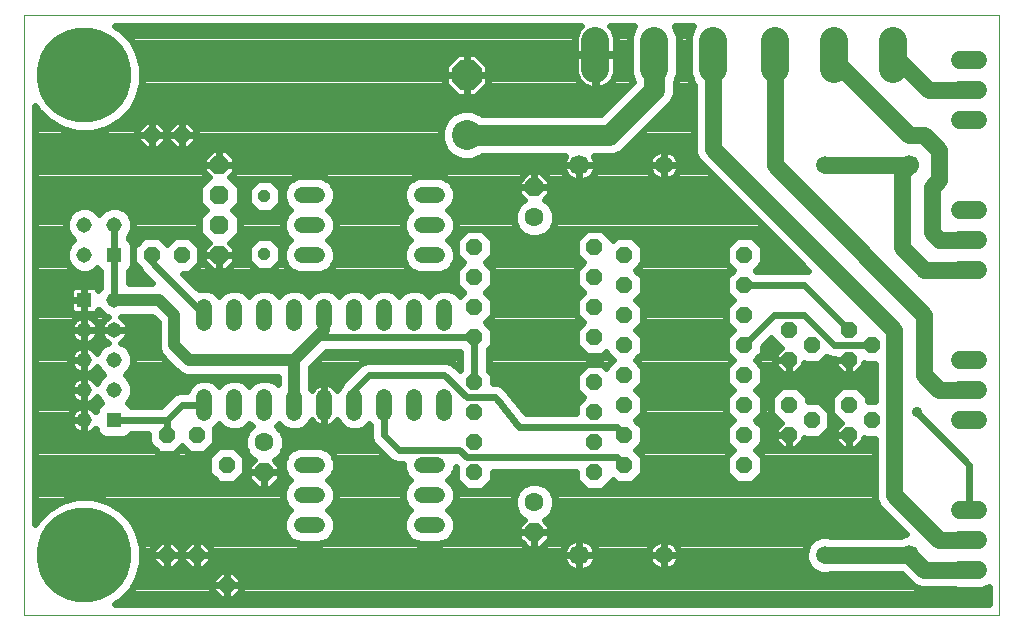
<source format=gbl>
G75*
G70*
%OFA0B0*%
%FSLAX24Y24*%
%IPPOS*%
%LPD*%
%AMOC8*
5,1,8,0,0,1.08239X$1,22.5*
%
%ADD10C,0.0000*%
%ADD11C,0.0520*%
%ADD12OC8,0.0520*%
%ADD13R,0.0515X0.0515*%
%ADD14C,0.0515*%
%ADD15C,0.0630*%
%ADD16OC8,0.0630*%
%ADD17C,0.0600*%
%ADD18C,0.0669*%
%ADD19C,0.0591*%
%ADD20C,0.0937*%
%ADD21C,0.1000*%
%ADD22OC8,0.1000*%
%ADD23OC8,0.0400*%
%ADD24C,0.3150*%
%ADD25C,0.0240*%
%ADD26C,0.0400*%
%ADD27C,0.0560*%
%ADD28C,0.0360*%
%ADD29C,0.0700*%
D10*
X000494Y004300D02*
X000494Y024296D01*
X032994Y024300D01*
X032994Y004300D01*
X000494Y004300D01*
D11*
X006494Y011040D02*
X006494Y011560D01*
X007494Y011560D02*
X007494Y011040D01*
X008494Y011040D02*
X008494Y011560D01*
X009494Y011560D02*
X009494Y011040D01*
X010494Y011040D02*
X010494Y011560D01*
X011494Y011560D02*
X011494Y011040D01*
X012494Y011040D02*
X012494Y011560D01*
X013494Y011560D02*
X013494Y011040D01*
X014494Y011040D02*
X014494Y011560D01*
X014254Y009300D02*
X013734Y009300D01*
X013734Y008300D02*
X014254Y008300D01*
X014254Y007300D02*
X013734Y007300D01*
X010254Y007300D02*
X009734Y007300D01*
X009734Y008300D02*
X010254Y008300D01*
X010254Y009300D02*
X009734Y009300D01*
X009494Y014040D02*
X009494Y014560D01*
X010494Y014560D02*
X010494Y014040D01*
X011494Y014040D02*
X011494Y014560D01*
X012494Y014560D02*
X012494Y014040D01*
X013494Y014040D02*
X013494Y014560D01*
X014494Y014560D02*
X014494Y014040D01*
X014254Y016300D02*
X013734Y016300D01*
X013734Y017300D02*
X014254Y017300D01*
X014254Y018300D02*
X013734Y018300D01*
X010254Y018300D02*
X009734Y018300D01*
X009734Y017300D02*
X010254Y017300D01*
X010254Y016300D02*
X009734Y016300D01*
X008494Y014560D02*
X008494Y014040D01*
X007494Y014040D02*
X007494Y014560D01*
X006494Y014560D02*
X006494Y014040D01*
D12*
X005744Y016300D03*
X004744Y016300D03*
X004744Y020300D03*
X005744Y020300D03*
X015494Y016550D03*
X015494Y015550D03*
X015494Y014550D03*
X015494Y013550D03*
X015494Y012050D03*
X015494Y011050D03*
X015494Y010050D03*
X015494Y009050D03*
X019494Y009050D03*
X020494Y009300D03*
X019494Y010050D03*
X020494Y010300D03*
X019494Y011050D03*
X020494Y011300D03*
X019494Y012050D03*
X020494Y012300D03*
X020494Y013300D03*
X019494Y013550D03*
X020494Y014300D03*
X019494Y014550D03*
X020494Y015300D03*
X019494Y015550D03*
X020494Y016300D03*
X019494Y016550D03*
X024494Y016300D03*
X024494Y015300D03*
X024494Y014300D03*
X024494Y013300D03*
X024494Y012300D03*
X024494Y011300D03*
X024494Y010300D03*
X024494Y009300D03*
X025994Y010300D03*
X026744Y010800D03*
X025994Y011300D03*
X025994Y012800D03*
X026744Y013300D03*
X025994Y013800D03*
X027994Y013800D03*
X028744Y013300D03*
X027994Y012800D03*
X027994Y011300D03*
X028744Y010800D03*
X027994Y010300D03*
X007244Y009300D03*
X006244Y010300D03*
X005244Y010300D03*
X005244Y006300D03*
X006244Y006300D03*
X007244Y005300D03*
D13*
X003494Y010800D03*
X002494Y014800D03*
X003494Y016300D03*
D14*
X002494Y016300D03*
X002494Y017300D03*
X003494Y017300D03*
X003494Y014800D03*
X003494Y013800D03*
X002494Y013800D03*
X002494Y012800D03*
X003494Y012800D03*
X003494Y011800D03*
X002494Y011800D03*
X002494Y010800D03*
D15*
X008494Y010050D03*
X017494Y008050D03*
X017494Y017550D03*
D16*
X017494Y018550D03*
X006994Y018300D03*
X006994Y017300D03*
X006994Y016300D03*
X006994Y019300D03*
X008494Y009050D03*
X017494Y007050D03*
D17*
X031694Y006800D02*
X032294Y006800D01*
X032294Y007800D02*
X031694Y007800D01*
X031694Y005800D02*
X032294Y005800D01*
X032294Y010800D02*
X031694Y010800D01*
X031694Y011800D02*
X032294Y011800D01*
X032294Y012800D02*
X031694Y012800D01*
X031694Y015800D02*
X032294Y015800D01*
X032294Y016800D02*
X031694Y016800D01*
X031694Y017800D02*
X032294Y017800D01*
X032294Y020800D02*
X031694Y020800D01*
X031694Y021800D02*
X032294Y021800D01*
X032294Y022800D02*
X031694Y022800D01*
D18*
X029994Y019300D03*
X018994Y019300D03*
X018994Y006300D03*
X029994Y006300D03*
D19*
X027183Y006300D03*
X021805Y006300D03*
X021805Y019300D03*
X027183Y019300D03*
D20*
X027494Y022509D02*
X027494Y023446D01*
X029462Y023446D02*
X029462Y022509D01*
X025525Y022509D02*
X025525Y023446D01*
X023462Y023446D02*
X023462Y022509D01*
X021494Y022509D02*
X021494Y023446D01*
X019525Y023446D02*
X019525Y022509D01*
D21*
X015244Y020300D03*
D22*
X015244Y022300D03*
D23*
X008494Y018261D03*
X008494Y016339D03*
D24*
X002494Y022300D03*
X002494Y006300D03*
D25*
X003891Y007639D02*
X009203Y007639D01*
X009208Y007651D02*
X009114Y007423D01*
X009114Y007177D01*
X009208Y006949D01*
X009382Y006774D01*
X009610Y006680D01*
X010377Y006680D01*
X010605Y006774D01*
X010779Y006949D01*
X010874Y007177D01*
X010874Y007423D01*
X010779Y007651D01*
X010631Y007800D01*
X010779Y007949D01*
X010874Y008177D01*
X010874Y008423D01*
X010779Y008651D01*
X010631Y008800D01*
X010779Y008949D01*
X010874Y009177D01*
X010874Y009423D01*
X010779Y009651D01*
X010605Y009826D01*
X010377Y009920D01*
X009610Y009920D01*
X009382Y009826D01*
X009208Y009651D01*
X009114Y009423D01*
X009114Y009177D01*
X009208Y008949D01*
X009357Y008800D01*
X009208Y008651D01*
X009114Y008423D01*
X009114Y008177D01*
X009208Y007949D01*
X009357Y007800D01*
X009208Y007651D01*
X009279Y007878D02*
X003631Y007878D01*
X003682Y007848D02*
X003241Y008103D01*
X002748Y008235D01*
X002239Y008235D01*
X001747Y008103D01*
X001306Y007848D01*
X000945Y007488D01*
X000854Y007329D01*
X000854Y021271D01*
X000945Y021112D01*
X001306Y020752D01*
X001747Y020497D01*
X002239Y020365D01*
X002748Y020365D01*
X003241Y020497D01*
X003682Y020752D01*
X004042Y021112D01*
X004297Y021553D01*
X004429Y022045D01*
X004429Y022555D01*
X004297Y023047D01*
X004042Y023488D01*
X003682Y023848D01*
X003529Y023936D01*
X019044Y023938D01*
X019006Y023901D01*
X018951Y023829D01*
X018906Y023751D01*
X018872Y023667D01*
X018848Y023580D01*
X018837Y023491D01*
X018837Y022995D01*
X019507Y022995D01*
X019507Y022959D01*
X019543Y022959D01*
X019543Y021820D01*
X019570Y021820D01*
X019660Y021832D01*
X019747Y021855D01*
X019830Y021890D01*
X019909Y021935D01*
X019980Y021990D01*
X020044Y022054D01*
X020099Y022125D01*
X020144Y022203D01*
X020179Y022287D01*
X020202Y022374D01*
X020214Y022464D01*
X020214Y022959D01*
X019543Y022959D01*
X019543Y022995D01*
X020214Y022995D01*
X020214Y023491D01*
X020202Y023580D01*
X020179Y023667D01*
X020144Y023751D01*
X020099Y023829D01*
X020044Y023901D01*
X020006Y023938D01*
X020815Y023939D01*
X020791Y023915D01*
X020665Y023610D01*
X020665Y022344D01*
X020773Y022083D01*
X019700Y021010D01*
X015750Y021010D01*
X015731Y021029D01*
X015415Y021160D01*
X015073Y021160D01*
X014757Y021029D01*
X014515Y020787D01*
X014384Y020471D01*
X014384Y020129D01*
X014515Y019813D01*
X014757Y019571D01*
X015073Y019440D01*
X015415Y019440D01*
X015731Y019571D01*
X015750Y019590D01*
X018519Y019590D01*
X018480Y019513D01*
X018453Y019430D01*
X018439Y019344D01*
X018439Y019300D01*
X018439Y019256D01*
X018453Y019170D01*
X018480Y019087D01*
X007529Y019087D01*
X007529Y019078D02*
X007529Y019300D01*
X007529Y019522D01*
X007215Y019835D01*
X006994Y019835D01*
X006994Y019300D01*
X007529Y019300D01*
X006994Y019300D01*
X006994Y019300D01*
X006994Y019300D01*
X006994Y019835D01*
X006772Y019835D01*
X006459Y019522D01*
X006459Y019300D01*
X006459Y019078D01*
X006638Y018899D01*
X006319Y018580D01*
X006319Y018020D01*
X006539Y017800D01*
X006319Y017580D01*
X006319Y017020D01*
X006638Y016701D01*
X006459Y016522D01*
X006459Y016300D01*
X006459Y016078D01*
X006772Y015765D01*
X006994Y015765D01*
X007215Y015765D01*
X007529Y016078D01*
X007529Y016300D01*
X007529Y016522D01*
X007349Y016701D01*
X007669Y017020D01*
X007669Y017580D01*
X007448Y017800D01*
X007669Y018020D01*
X007669Y018580D01*
X007349Y018899D01*
X007529Y019078D01*
X007529Y019326D02*
X018439Y019326D01*
X018439Y019300D02*
X018994Y019300D01*
X019548Y019300D01*
X019548Y019344D01*
X019535Y019430D01*
X019508Y019513D01*
X019468Y019590D01*
X020135Y019590D01*
X020396Y019698D01*
X021896Y021198D01*
X022096Y021398D01*
X022204Y021659D01*
X022204Y022058D01*
X022322Y022344D01*
X022322Y023610D01*
X022196Y023915D01*
X022172Y023939D01*
X022784Y023939D01*
X022760Y023915D01*
X022634Y023610D01*
X022634Y022344D01*
X022760Y022039D01*
X022822Y021977D01*
X022822Y019704D01*
X022920Y019469D01*
X023100Y019289D01*
X026622Y015766D01*
X026589Y015780D01*
X024891Y015780D01*
X024871Y015800D01*
X025114Y016043D01*
X025114Y016557D01*
X024751Y016920D01*
X024237Y016920D01*
X023874Y016557D01*
X023874Y016043D01*
X024117Y015800D01*
X023874Y015557D01*
X023874Y015043D01*
X024117Y014800D01*
X023874Y014557D01*
X023874Y014043D01*
X024117Y013800D01*
X023874Y013557D01*
X023874Y013043D01*
X024117Y012800D01*
X023874Y012557D01*
X023874Y012043D01*
X024117Y011800D01*
X023874Y011557D01*
X023874Y011043D01*
X024117Y010800D01*
X023874Y010557D01*
X023874Y010043D01*
X024117Y009800D01*
X023874Y009557D01*
X023874Y009043D01*
X024237Y008680D01*
X024751Y008680D01*
X025114Y009043D01*
X025114Y009557D01*
X024871Y009800D01*
X025114Y010043D01*
X025114Y010557D01*
X024871Y010800D01*
X025114Y011043D01*
X025114Y011557D01*
X024871Y011800D01*
X025114Y012043D01*
X025114Y012557D01*
X024871Y012800D01*
X025114Y013043D01*
X025114Y013241D01*
X025395Y013522D01*
X025716Y013201D01*
X025514Y012999D01*
X025514Y012800D01*
X025514Y012601D01*
X025795Y012320D01*
X025994Y012320D01*
X026193Y012320D01*
X026474Y012601D01*
X026474Y012693D01*
X026487Y012680D01*
X027001Y012680D01*
X027218Y012897D01*
X027222Y012893D01*
X027398Y012820D01*
X027514Y012820D01*
X027514Y012800D01*
X027514Y012601D01*
X027795Y012320D01*
X027994Y012320D01*
X028193Y012320D01*
X028474Y012601D01*
X028474Y012693D01*
X028487Y012680D01*
X028854Y012680D01*
X028854Y011420D01*
X028614Y011420D01*
X028614Y011557D01*
X028251Y011920D01*
X027737Y011920D01*
X027374Y011557D01*
X027374Y011043D01*
X027716Y010701D01*
X027514Y010499D01*
X027514Y010300D01*
X027514Y010101D01*
X027795Y009820D01*
X027994Y009820D01*
X028193Y009820D01*
X028474Y010101D01*
X028474Y010193D01*
X028487Y010180D01*
X028854Y010180D01*
X028854Y008173D01*
X028951Y007937D01*
X029894Y006995D01*
X029856Y006995D01*
X029724Y006940D01*
X027350Y006940D01*
X027313Y006955D01*
X027052Y006955D01*
X026811Y006856D01*
X026627Y006671D01*
X026527Y006430D01*
X026527Y006170D01*
X026627Y005929D01*
X026811Y005744D01*
X027052Y005645D01*
X027313Y005645D01*
X027350Y005660D01*
X029724Y005660D01*
X029732Y005656D01*
X030131Y005257D01*
X030366Y005160D01*
X031514Y005160D01*
X031562Y005140D01*
X032425Y005140D01*
X032634Y005226D01*
X032634Y004660D01*
X003523Y004660D01*
X003682Y004752D01*
X004042Y005112D01*
X004297Y005553D01*
X004429Y006045D01*
X004429Y006555D01*
X004297Y007047D01*
X004042Y007488D01*
X003682Y007848D01*
X003192Y008116D02*
X009139Y008116D01*
X009114Y008355D02*
X000854Y008355D01*
X000854Y008593D02*
X008194Y008593D01*
X008272Y008515D02*
X007959Y008828D01*
X007959Y009050D01*
X008494Y009050D01*
X009029Y009050D01*
X009029Y009272D01*
X008838Y009462D01*
X008876Y009478D01*
X009066Y009668D01*
X009169Y009916D01*
X009169Y010184D01*
X009066Y010432D01*
X008914Y010584D01*
X008994Y010663D01*
X009142Y010514D01*
X009370Y010420D01*
X009617Y010420D01*
X009845Y010514D01*
X010019Y010689D01*
X010071Y010813D01*
X010083Y010788D01*
X010128Y010727D01*
X010181Y010674D01*
X010242Y010629D01*
X010309Y010595D01*
X010381Y010572D01*
X010456Y010560D01*
X010494Y010560D01*
X010531Y010560D01*
X010606Y010572D01*
X010678Y010595D01*
X010745Y010629D01*
X010806Y010674D01*
X010860Y010727D01*
X010904Y010788D01*
X010917Y010813D01*
X010968Y010689D01*
X011142Y010514D01*
X011370Y010420D01*
X011617Y010420D01*
X011845Y010514D01*
X011994Y010663D01*
X012014Y010643D01*
X012014Y010205D01*
X012087Y010028D01*
X012587Y009528D01*
X012722Y009393D01*
X012898Y009320D01*
X013114Y009320D01*
X013114Y009177D01*
X013208Y008949D01*
X013357Y008800D01*
X013208Y008651D01*
X013114Y008423D01*
X013114Y008177D01*
X013208Y007949D01*
X013357Y007800D01*
X013208Y007651D01*
X013114Y007423D01*
X013114Y007177D01*
X013208Y006949D01*
X013382Y006774D01*
X013610Y006680D01*
X014377Y006680D01*
X014605Y006774D01*
X014779Y006949D01*
X014874Y007177D01*
X014874Y007423D01*
X014779Y007651D01*
X014631Y007800D01*
X014779Y007949D01*
X014874Y008177D01*
X014874Y008423D01*
X014779Y008651D01*
X014631Y008800D01*
X014779Y008949D01*
X014874Y009177D01*
X014874Y009241D01*
X014874Y008793D01*
X015237Y008430D01*
X015751Y008430D01*
X016114Y008793D01*
X016114Y009070D01*
X018874Y009070D01*
X018874Y008793D01*
X019237Y008430D01*
X019751Y008430D01*
X020114Y008793D01*
X020114Y008803D01*
X020237Y008680D01*
X020751Y008680D01*
X021114Y009043D01*
X021114Y009557D01*
X020871Y009800D01*
X021114Y010043D01*
X021114Y010557D01*
X020871Y010800D01*
X021114Y011043D01*
X021114Y011557D01*
X020871Y011800D01*
X021114Y012043D01*
X021114Y012557D01*
X020871Y012800D01*
X021114Y013043D01*
X021114Y013557D01*
X020871Y013800D01*
X021114Y014043D01*
X021114Y014557D01*
X020871Y014800D01*
X021114Y015043D01*
X021114Y015557D01*
X020871Y015800D01*
X021114Y016043D01*
X021114Y016557D01*
X020751Y016920D01*
X020237Y016920D01*
X020114Y016797D01*
X020114Y016807D01*
X019751Y017170D01*
X019237Y017170D01*
X018874Y016807D01*
X018874Y016293D01*
X019117Y016050D01*
X018874Y015807D01*
X018874Y015293D01*
X019117Y015050D01*
X018874Y014807D01*
X018874Y014293D01*
X019117Y014050D01*
X018874Y013807D01*
X018874Y013293D01*
X019237Y012930D01*
X019751Y012930D01*
X019874Y013053D01*
X019874Y013043D01*
X020117Y012800D01*
X019874Y012557D01*
X019874Y012547D01*
X019751Y012670D01*
X019237Y012670D01*
X018874Y012307D01*
X018874Y011793D01*
X019117Y011550D01*
X018874Y011307D01*
X018874Y011030D01*
X017224Y011030D01*
X016655Y011742D01*
X016645Y011767D01*
X016596Y011816D01*
X016553Y011870D01*
X016529Y011883D01*
X016455Y011957D01*
X016278Y012030D01*
X016114Y012030D01*
X016114Y012307D01*
X015974Y012447D01*
X015974Y013153D01*
X016114Y013293D01*
X016114Y013807D01*
X015871Y014050D01*
X016114Y014293D01*
X016114Y014807D01*
X015871Y015050D01*
X016114Y015293D01*
X016114Y015807D01*
X015871Y016050D01*
X016114Y016293D01*
X016114Y016807D01*
X015751Y017170D01*
X015237Y017170D01*
X014874Y016807D01*
X014874Y016293D01*
X015117Y016050D01*
X014874Y015807D01*
X014874Y015293D01*
X015117Y015050D01*
X014999Y014932D01*
X014845Y015086D01*
X014617Y015180D01*
X014370Y015180D01*
X014142Y015086D01*
X013994Y014937D01*
X013845Y015086D01*
X013617Y015180D01*
X013370Y015180D01*
X013142Y015086D01*
X012994Y014937D01*
X012845Y015086D01*
X012617Y015180D01*
X012370Y015180D01*
X012142Y015086D01*
X011994Y014937D01*
X011845Y015086D01*
X011617Y015180D01*
X011370Y015180D01*
X011142Y015086D01*
X010994Y014937D01*
X010845Y015086D01*
X010617Y015180D01*
X010370Y015180D01*
X010142Y015086D01*
X009994Y014937D01*
X009845Y015086D01*
X009617Y015180D01*
X009370Y015180D01*
X009142Y015086D01*
X008994Y014937D01*
X008845Y015086D01*
X008617Y015180D01*
X008370Y015180D01*
X008142Y015086D01*
X007994Y014937D01*
X007845Y015086D01*
X007617Y015180D01*
X007370Y015180D01*
X007142Y015086D01*
X006994Y014937D01*
X006845Y015086D01*
X006617Y015180D01*
X006370Y015180D01*
X006315Y015157D01*
X005793Y015680D01*
X006001Y015680D01*
X006364Y016043D01*
X006364Y016557D01*
X006001Y016920D01*
X005487Y016920D01*
X005244Y016677D01*
X005001Y016920D01*
X004487Y016920D01*
X004124Y016557D01*
X004124Y016043D01*
X004300Y015867D01*
X004337Y015778D01*
X004755Y015360D01*
X003974Y015360D01*
X003974Y015756D01*
X004056Y015839D01*
X004111Y015971D01*
X004111Y016629D01*
X004056Y016761D01*
X003974Y016844D01*
X003974Y016907D01*
X004017Y016950D01*
X004111Y017177D01*
X004111Y017423D01*
X004017Y017650D01*
X003843Y017823D01*
X003617Y017917D01*
X003371Y017917D01*
X003144Y017823D01*
X002994Y017673D01*
X002843Y017823D01*
X002617Y017917D01*
X002371Y017917D01*
X002144Y017823D01*
X001970Y017650D01*
X001876Y017423D01*
X001876Y017177D01*
X001970Y016950D01*
X002120Y016800D01*
X001970Y016650D01*
X001876Y016423D01*
X001876Y016177D01*
X001970Y015950D01*
X002144Y015777D01*
X002371Y015683D01*
X002617Y015683D01*
X002843Y015777D01*
X002924Y015857D01*
X002931Y015839D01*
X003014Y015756D01*
X003014Y015193D01*
X002970Y015150D01*
X002961Y015126D01*
X002956Y015142D01*
X002927Y015193D01*
X002886Y015234D01*
X002836Y015262D01*
X002780Y015277D01*
X002494Y015277D01*
X002494Y014800D01*
X002494Y014323D01*
X002780Y014323D01*
X002836Y014338D01*
X002886Y014366D01*
X002927Y014407D01*
X002956Y014458D01*
X002961Y014474D01*
X002970Y014450D01*
X003144Y014277D01*
X003273Y014223D01*
X003243Y014208D01*
X003183Y014164D01*
X003129Y014111D01*
X003085Y014050D01*
X003051Y013983D01*
X003028Y013912D01*
X003016Y013838D01*
X003016Y013800D01*
X003016Y013762D01*
X003028Y013688D01*
X003051Y013617D01*
X003085Y013550D01*
X003129Y013489D01*
X003183Y013436D01*
X003243Y013392D01*
X003273Y013377D01*
X003144Y013323D01*
X002970Y013150D01*
X002917Y013021D01*
X002902Y013050D01*
X002858Y013111D01*
X002805Y013164D01*
X002744Y013208D01*
X002677Y013242D01*
X002606Y013266D01*
X002531Y013277D01*
X002494Y013277D01*
X002494Y012800D01*
X002494Y012323D01*
X002531Y012323D01*
X002606Y012334D01*
X002677Y012358D01*
X002744Y012392D01*
X002805Y012436D01*
X002858Y012489D01*
X002902Y012550D01*
X002917Y012579D01*
X002970Y012450D01*
X003120Y012300D01*
X002970Y012150D01*
X002917Y012021D01*
X002902Y012050D01*
X002858Y012111D01*
X002805Y012164D01*
X002744Y012208D01*
X002677Y012242D01*
X002606Y012266D01*
X002531Y012277D01*
X002494Y012277D01*
X002494Y011800D01*
X002494Y011323D01*
X002531Y011323D01*
X002606Y011334D01*
X002677Y011358D01*
X002744Y011392D01*
X002805Y011436D01*
X002858Y011489D01*
X002902Y011550D01*
X002917Y011579D01*
X002970Y011450D01*
X003050Y011370D01*
X003032Y011363D01*
X002931Y011261D01*
X002876Y011129D01*
X002876Y011086D01*
X002858Y011111D01*
X002805Y011164D01*
X002744Y011208D01*
X002677Y011242D01*
X002606Y011266D01*
X002531Y011277D01*
X002494Y011277D01*
X002494Y010800D01*
X002494Y010323D01*
X002531Y010323D01*
X002606Y010334D01*
X002677Y010358D01*
X002744Y010392D01*
X002805Y010436D01*
X002858Y010489D01*
X002876Y010514D01*
X002876Y010471D01*
X002931Y010339D01*
X003032Y010237D01*
X003165Y010183D01*
X003823Y010183D01*
X003955Y010237D01*
X004038Y010320D01*
X004624Y010320D01*
X004624Y010043D01*
X004987Y009680D01*
X005501Y009680D01*
X005744Y009923D01*
X005987Y009680D01*
X006501Y009680D01*
X006864Y010043D01*
X006864Y010533D01*
X006994Y010663D01*
X007142Y010514D01*
X007370Y010420D01*
X007617Y010420D01*
X007845Y010514D01*
X007994Y010663D01*
X008073Y010584D01*
X007921Y010432D01*
X007819Y010184D01*
X007819Y009916D01*
X007921Y009668D01*
X008111Y009478D01*
X008149Y009462D01*
X007959Y009272D01*
X007959Y009050D01*
X008494Y009050D01*
X008494Y009050D01*
X009029Y009050D01*
X009029Y008828D01*
X008715Y008515D01*
X008494Y008515D01*
X008494Y009050D01*
X008494Y009050D01*
X008494Y008515D01*
X008272Y008515D01*
X008494Y008593D02*
X008494Y008593D01*
X008494Y008832D02*
X008494Y008832D01*
X008494Y009050D02*
X008494Y009050D01*
X009029Y009070D02*
X009158Y009070D01*
X009114Y009309D02*
X008992Y009309D01*
X008945Y009547D02*
X009165Y009547D01*
X009115Y009786D02*
X009342Y009786D01*
X009169Y010024D02*
X012091Y010024D01*
X012014Y010263D02*
X009136Y010263D01*
X009175Y010501D02*
X008997Y010501D01*
X009813Y010501D02*
X011175Y010501D01*
X010947Y010740D02*
X010869Y010740D01*
X010494Y010740D02*
X010494Y010740D01*
X010494Y010560D02*
X010494Y011300D01*
X010494Y011300D01*
X010494Y011300D01*
X010494Y012040D01*
X010531Y012040D01*
X010606Y012028D01*
X010678Y012005D01*
X010745Y011971D01*
X010806Y011926D01*
X010860Y011873D01*
X010904Y011812D01*
X010917Y011787D01*
X010968Y011911D01*
X011057Y012000D01*
X011087Y012072D01*
X011222Y012207D01*
X011587Y012572D01*
X011587Y012572D01*
X011722Y012707D01*
X011898Y012780D01*
X014589Y012780D01*
X014766Y012707D01*
X015014Y012459D01*
X015014Y013070D01*
X010556Y013070D01*
X010311Y012825D01*
X010054Y012568D01*
X010054Y011828D01*
X010071Y011787D01*
X010083Y011812D01*
X010128Y011873D01*
X010181Y011926D01*
X010242Y011971D01*
X010309Y012005D01*
X010381Y012028D01*
X010456Y012040D01*
X010494Y012040D01*
X010494Y011300D01*
X010494Y010560D01*
X010119Y010740D02*
X010040Y010740D01*
X010494Y010978D02*
X010494Y010978D01*
X010494Y011217D02*
X010494Y011217D01*
X010494Y011455D02*
X010494Y011455D01*
X010494Y011694D02*
X010494Y011694D01*
X010494Y011932D02*
X010494Y011932D01*
X010798Y011932D02*
X010989Y011932D01*
X011185Y012171D02*
X010054Y012171D01*
X010054Y012409D02*
X011424Y012409D01*
X011662Y012648D02*
X010133Y012648D01*
X010372Y012886D02*
X015014Y012886D01*
X015014Y012648D02*
X014825Y012648D01*
X014494Y012300D02*
X015244Y011550D01*
X016183Y011550D01*
X016238Y011495D01*
X016994Y010550D01*
X020244Y010550D01*
X020494Y010300D01*
X021095Y010024D02*
X023893Y010024D01*
X023874Y010263D02*
X021114Y010263D01*
X021114Y010501D02*
X023874Y010501D01*
X024056Y010740D02*
X020931Y010740D01*
X021049Y010978D02*
X023939Y010978D01*
X023874Y011217D02*
X021114Y011217D01*
X021114Y011455D02*
X023874Y011455D01*
X024010Y011694D02*
X020977Y011694D01*
X021003Y011932D02*
X023985Y011932D01*
X023874Y012171D02*
X021114Y012171D01*
X021114Y012409D02*
X023874Y012409D01*
X023964Y012648D02*
X021023Y012648D01*
X020957Y012886D02*
X024031Y012886D01*
X023874Y013125D02*
X021114Y013125D01*
X021114Y013363D02*
X023874Y013363D01*
X023918Y013602D02*
X021069Y013602D01*
X020911Y013840D02*
X024077Y013840D01*
X023874Y014079D02*
X021114Y014079D01*
X021114Y014317D02*
X023874Y014317D01*
X023874Y014556D02*
X021114Y014556D01*
X020876Y014794D02*
X024111Y014794D01*
X023884Y015033D02*
X021103Y015033D01*
X021114Y015271D02*
X023874Y015271D01*
X023874Y015510D02*
X021114Y015510D01*
X020922Y015748D02*
X024065Y015748D01*
X023930Y015987D02*
X021057Y015987D01*
X021114Y016225D02*
X023874Y016225D01*
X023874Y016464D02*
X021114Y016464D01*
X020968Y016702D02*
X024019Y016702D01*
X024968Y016702D02*
X025687Y016702D01*
X025925Y016464D02*
X025114Y016464D01*
X025114Y016225D02*
X026164Y016225D01*
X026402Y015987D02*
X025057Y015987D01*
X024494Y015300D02*
X026494Y015300D01*
X027994Y013800D01*
X027494Y013300D02*
X026494Y014300D01*
X025494Y014300D01*
X024494Y013300D01*
X024957Y012886D02*
X025514Y012886D01*
X025514Y012800D02*
X025994Y012800D01*
X025994Y012320D01*
X025994Y012800D01*
X025994Y012800D01*
X025514Y012800D01*
X025514Y012648D02*
X025023Y012648D01*
X025114Y012409D02*
X025706Y012409D01*
X025994Y012409D02*
X025994Y012409D01*
X025994Y012648D02*
X025994Y012648D01*
X025994Y012800D02*
X025994Y012800D01*
X026282Y012409D02*
X027706Y012409D01*
X027994Y012409D02*
X027994Y012409D01*
X027994Y012320D02*
X027994Y012800D01*
X027994Y012800D01*
X027994Y012320D01*
X028282Y012409D02*
X028854Y012409D01*
X028854Y012171D02*
X025114Y012171D01*
X025003Y011932D02*
X028854Y011932D01*
X028854Y011694D02*
X028477Y011694D01*
X028614Y011455D02*
X028854Y011455D01*
X027510Y011694D02*
X026477Y011694D01*
X026614Y011557D02*
X026251Y011920D01*
X025737Y011920D01*
X025374Y011557D01*
X025374Y011043D01*
X025716Y010701D01*
X025514Y010499D01*
X025514Y010300D01*
X025514Y010101D01*
X025795Y009820D01*
X025994Y009820D01*
X026193Y009820D01*
X026474Y010101D01*
X026474Y010193D01*
X026487Y010180D01*
X027001Y010180D01*
X027364Y010543D01*
X027364Y011057D01*
X027001Y011420D01*
X026614Y011420D01*
X026614Y011557D01*
X026614Y011455D02*
X027374Y011455D01*
X027374Y011217D02*
X027204Y011217D01*
X027364Y010978D02*
X027439Y010978D01*
X027364Y010740D02*
X027677Y010740D01*
X027516Y010501D02*
X027322Y010501D01*
X027514Y010300D02*
X027994Y010300D01*
X027994Y009820D01*
X027994Y010300D01*
X027994Y010300D01*
X027514Y010300D01*
X027514Y010263D02*
X027083Y010263D01*
X027591Y010024D02*
X026397Y010024D01*
X025994Y010024D02*
X025994Y010024D01*
X025994Y009820D02*
X025994Y010300D01*
X025994Y010300D01*
X025994Y009820D01*
X025994Y010263D02*
X025994Y010263D01*
X025994Y010300D02*
X025514Y010300D01*
X025994Y010300D01*
X025994Y010300D01*
X025514Y010263D02*
X025114Y010263D01*
X025114Y010501D02*
X025516Y010501D01*
X025677Y010740D02*
X024931Y010740D01*
X025049Y010978D02*
X025439Y010978D01*
X025374Y011217D02*
X025114Y011217D01*
X025114Y011455D02*
X025374Y011455D01*
X025510Y011694D02*
X024977Y011694D01*
X026474Y012648D02*
X027514Y012648D01*
X027514Y012800D02*
X027994Y012800D01*
X027994Y012800D01*
X027514Y012800D01*
X027239Y012886D02*
X027207Y012886D01*
X027494Y013300D02*
X028744Y013300D01*
X028854Y012648D02*
X028474Y012648D01*
X027994Y012648D02*
X027994Y012648D01*
X025639Y013125D02*
X025114Y013125D01*
X025236Y013363D02*
X025554Y013363D01*
X027994Y010300D02*
X027994Y010300D01*
X027994Y010263D02*
X027994Y010263D01*
X027994Y010024D02*
X027994Y010024D01*
X028397Y010024D02*
X028854Y010024D01*
X028854Y009786D02*
X024885Y009786D01*
X025095Y010024D02*
X025591Y010024D01*
X025114Y009547D02*
X028854Y009547D01*
X028854Y009309D02*
X025114Y009309D01*
X025114Y009070D02*
X028854Y009070D01*
X028854Y008832D02*
X024902Y008832D01*
X024085Y008832D02*
X020902Y008832D01*
X021114Y009070D02*
X023874Y009070D01*
X023874Y009309D02*
X021114Y009309D01*
X021114Y009547D02*
X023874Y009547D01*
X024102Y009786D02*
X020885Y009786D01*
X020494Y009300D02*
X020244Y009550D01*
X015244Y009550D01*
X014994Y009800D01*
X012994Y009800D01*
X012494Y010300D01*
X012494Y011300D01*
X012014Y010501D02*
X011813Y010501D01*
X011494Y011300D02*
X011494Y011800D01*
X011994Y012300D01*
X014494Y012300D01*
X015494Y012050D02*
X015494Y013550D01*
X010244Y013550D01*
X009994Y013300D01*
X008934Y012240D02*
X008934Y011997D01*
X008845Y012086D01*
X008617Y012180D01*
X008370Y012180D01*
X008142Y012086D01*
X007994Y011937D01*
X007845Y012086D01*
X007617Y012180D01*
X007370Y012180D01*
X007142Y012086D01*
X006994Y011937D01*
X006845Y012086D01*
X006617Y012180D01*
X006370Y012180D01*
X006142Y012086D01*
X005968Y011911D01*
X005914Y011780D01*
X005648Y011780D01*
X005472Y011707D01*
X005045Y011280D01*
X004038Y011280D01*
X003955Y011363D01*
X003937Y011370D01*
X004017Y011450D01*
X004111Y011677D01*
X004111Y011923D01*
X004017Y012150D01*
X003867Y012300D01*
X004017Y012450D01*
X004111Y012677D01*
X004111Y012923D01*
X004017Y013150D01*
X003843Y013323D01*
X003715Y013377D01*
X003744Y013392D01*
X003805Y013436D01*
X003858Y013489D01*
X003902Y013550D01*
X003936Y013617D01*
X003959Y013688D01*
X003971Y013762D01*
X003971Y013800D01*
X003971Y013838D01*
X003959Y013912D01*
X003936Y013983D01*
X003902Y014050D01*
X003858Y014111D01*
X003805Y014164D01*
X003744Y014208D01*
X003715Y014223D01*
X003755Y014240D01*
X004762Y014240D01*
X004934Y014068D01*
X004934Y013189D01*
X005019Y012983D01*
X005519Y012483D01*
X005676Y012325D01*
X005882Y012240D01*
X008934Y012240D01*
X008934Y012171D02*
X008640Y012171D01*
X008347Y012171D02*
X007640Y012171D01*
X007347Y012171D02*
X006640Y012171D01*
X006347Y012171D02*
X003996Y012171D01*
X003976Y012409D02*
X005593Y012409D01*
X005354Y012648D02*
X004099Y012648D01*
X004111Y012886D02*
X005116Y012886D01*
X004960Y013125D02*
X004028Y013125D01*
X003748Y013363D02*
X004934Y013363D01*
X004934Y013602D02*
X003928Y013602D01*
X003971Y013800D02*
X003494Y013800D01*
X003971Y013800D01*
X003971Y013840D02*
X004934Y013840D01*
X004923Y014079D02*
X003882Y014079D01*
X003494Y013800D02*
X003494Y013800D01*
X003016Y013800D01*
X003494Y013800D01*
X003494Y013800D01*
X003106Y014079D02*
X002882Y014079D01*
X002902Y014050D02*
X002858Y014111D01*
X002805Y014164D01*
X002744Y014208D01*
X002677Y014242D01*
X002606Y014266D01*
X002531Y014277D01*
X002494Y014277D01*
X002494Y013800D01*
X002971Y013800D01*
X002971Y013838D01*
X002959Y013912D01*
X002936Y013983D01*
X002902Y014050D01*
X002971Y013840D02*
X003017Y013840D01*
X002971Y013800D02*
X002494Y013800D01*
X002494Y013800D01*
X002494Y013800D01*
X002494Y013323D01*
X002531Y013323D01*
X002606Y013334D01*
X002677Y013358D01*
X002744Y013392D01*
X002805Y013436D01*
X002858Y013489D01*
X002902Y013550D01*
X002936Y013617D01*
X002959Y013688D01*
X002971Y013762D01*
X002971Y013800D01*
X002928Y013602D02*
X003059Y013602D01*
X003239Y013363D02*
X002688Y013363D01*
X002494Y013363D02*
X002494Y013363D01*
X002494Y013323D02*
X002494Y013800D01*
X002494Y013800D01*
X002494Y014277D01*
X002456Y014277D01*
X002382Y014266D01*
X002310Y014242D01*
X002243Y014208D01*
X002183Y014164D01*
X002129Y014111D01*
X002085Y014050D01*
X002051Y013983D01*
X002028Y013912D01*
X002016Y013838D01*
X002016Y013800D01*
X002016Y013762D01*
X002028Y013688D01*
X002051Y013617D01*
X002085Y013550D01*
X002129Y013489D01*
X002183Y013436D01*
X002243Y013392D01*
X002310Y013358D01*
X002382Y013334D01*
X002456Y013323D01*
X002494Y013323D01*
X002494Y013277D02*
X002456Y013277D01*
X002382Y013266D01*
X002310Y013242D01*
X002243Y013208D01*
X002183Y013164D01*
X002129Y013111D01*
X002085Y013050D01*
X002051Y012983D01*
X002028Y012912D01*
X002016Y012838D01*
X002016Y012800D01*
X002016Y012762D01*
X002028Y012688D01*
X002051Y012617D01*
X002085Y012550D01*
X002129Y012489D01*
X002183Y012436D01*
X002243Y012392D01*
X002310Y012358D01*
X002382Y012334D01*
X002456Y012323D01*
X002494Y012323D01*
X002494Y012800D01*
X002494Y012800D01*
X002494Y012800D01*
X002494Y013277D01*
X002494Y013125D02*
X002494Y013125D01*
X002494Y012886D02*
X002494Y012886D01*
X002494Y012800D02*
X002016Y012800D01*
X002494Y012800D01*
X002494Y012800D01*
X002494Y012648D02*
X002494Y012648D01*
X002494Y012409D02*
X002494Y012409D01*
X002494Y012277D02*
X002456Y012277D01*
X002382Y012266D01*
X002310Y012242D01*
X002243Y012208D01*
X002183Y012164D01*
X002129Y012111D01*
X002085Y012050D01*
X002051Y011983D01*
X002028Y011912D01*
X002016Y011838D01*
X002016Y011800D01*
X002016Y011762D01*
X002028Y011688D01*
X002051Y011617D01*
X002085Y011550D01*
X002129Y011489D01*
X002183Y011436D01*
X002243Y011392D01*
X002310Y011358D01*
X002382Y011334D01*
X002456Y011323D01*
X002494Y011323D01*
X002494Y011800D01*
X002494Y011800D01*
X002494Y011800D01*
X002494Y012277D01*
X002494Y012171D02*
X002494Y012171D01*
X002494Y011932D02*
X002494Y011932D01*
X002494Y011800D02*
X002016Y011800D01*
X002494Y011800D01*
X002494Y011800D01*
X002494Y011694D02*
X002494Y011694D01*
X002494Y011455D02*
X002494Y011455D01*
X002494Y011277D02*
X002456Y011277D01*
X002382Y011266D01*
X002310Y011242D01*
X002243Y011208D01*
X002183Y011164D01*
X002129Y011111D01*
X002085Y011050D01*
X002051Y010983D01*
X002028Y010912D01*
X002016Y010838D01*
X002016Y010800D01*
X002016Y010762D01*
X002028Y010688D01*
X002051Y010617D01*
X002085Y010550D01*
X002129Y010489D01*
X002183Y010436D01*
X002243Y010392D01*
X002310Y010358D01*
X002382Y010334D01*
X002456Y010323D01*
X002494Y010323D01*
X002494Y010800D01*
X002494Y010800D01*
X002494Y010800D01*
X002494Y011277D01*
X002494Y011217D02*
X002494Y011217D01*
X002728Y011217D02*
X002912Y011217D01*
X002968Y011455D02*
X002824Y011455D01*
X002494Y010978D02*
X002494Y010978D01*
X002494Y010800D02*
X002016Y010800D01*
X002494Y010800D01*
X002494Y010800D01*
X002494Y010740D02*
X002494Y010740D01*
X002494Y010501D02*
X002494Y010501D01*
X002867Y010501D02*
X002876Y010501D01*
X003007Y010263D02*
X000854Y010263D01*
X000854Y010501D02*
X002121Y010501D01*
X002020Y010740D02*
X000854Y010740D01*
X000854Y010978D02*
X002049Y010978D01*
X002259Y011217D02*
X000854Y011217D01*
X000854Y011455D02*
X002163Y011455D01*
X002027Y011694D02*
X000854Y011694D01*
X000854Y011932D02*
X002035Y011932D01*
X002191Y012171D02*
X000854Y012171D01*
X000854Y012409D02*
X002220Y012409D01*
X002041Y012648D02*
X000854Y012648D01*
X000854Y012886D02*
X002024Y012886D01*
X002143Y013125D02*
X000854Y013125D01*
X000854Y013363D02*
X002300Y013363D01*
X002494Y013602D02*
X002494Y013602D01*
X002494Y013800D02*
X002016Y013800D01*
X002494Y013800D01*
X002494Y013800D01*
X002494Y013840D02*
X002494Y013840D01*
X002494Y014079D02*
X002494Y014079D01*
X002494Y014323D02*
X002207Y014323D01*
X002151Y014338D01*
X002101Y014366D01*
X002060Y014407D01*
X002031Y014458D01*
X002016Y014514D01*
X002016Y014800D01*
X002494Y014800D01*
X002494Y014800D01*
X002494Y014800D01*
X002494Y014323D01*
X002494Y014556D02*
X002494Y014556D01*
X002494Y014794D02*
X002494Y014794D01*
X002494Y014800D02*
X002494Y014800D01*
X002494Y015277D01*
X002207Y015277D01*
X002151Y015262D01*
X002101Y015234D01*
X002060Y015193D01*
X002031Y015142D01*
X002016Y015086D01*
X002016Y014800D01*
X002494Y014800D01*
X002494Y015033D02*
X002494Y015033D01*
X002494Y015271D02*
X002494Y015271D01*
X002804Y015271D02*
X003014Y015271D01*
X003014Y015510D02*
X000854Y015510D01*
X000854Y015748D02*
X002213Y015748D01*
X001955Y015987D02*
X000854Y015987D01*
X000854Y016225D02*
X001876Y016225D01*
X001893Y016464D02*
X000854Y016464D01*
X000854Y016702D02*
X002022Y016702D01*
X001980Y016941D02*
X000854Y016941D01*
X000854Y017179D02*
X001876Y017179D01*
X001876Y017418D02*
X000854Y017418D01*
X000854Y017656D02*
X001976Y017656D01*
X002315Y017895D02*
X000854Y017895D01*
X000854Y018133D02*
X006319Y018133D01*
X006319Y018372D02*
X000854Y018372D01*
X000854Y018610D02*
X006349Y018610D01*
X006588Y018849D02*
X000854Y018849D01*
X000854Y019087D02*
X006459Y019087D01*
X006459Y019300D02*
X006994Y019300D01*
X006994Y019300D01*
X006459Y019300D01*
X006459Y019326D02*
X000854Y019326D01*
X000854Y019564D02*
X006501Y019564D01*
X006740Y019803D02*
X000854Y019803D01*
X000854Y020041D02*
X004324Y020041D01*
X004264Y020101D02*
X004545Y019820D01*
X004744Y019820D01*
X004943Y019820D01*
X005224Y020101D01*
X005224Y020300D01*
X005224Y020499D01*
X004943Y020780D01*
X004744Y020780D01*
X004744Y020300D01*
X005224Y020300D01*
X004744Y020300D01*
X004744Y020300D01*
X004744Y020300D01*
X004744Y019820D01*
X004744Y020300D01*
X004744Y020300D01*
X004744Y020780D01*
X004545Y020780D01*
X004264Y020499D01*
X004264Y020300D01*
X004264Y020101D01*
X004264Y020280D02*
X000854Y020280D01*
X000854Y020518D02*
X001711Y020518D01*
X001301Y020757D02*
X000854Y020757D01*
X000854Y020995D02*
X001062Y020995D01*
X000875Y021234D02*
X000854Y021234D01*
X003277Y020518D02*
X004283Y020518D01*
X004264Y020300D02*
X004744Y020300D01*
X004264Y020300D01*
X004744Y020300D02*
X004744Y020300D01*
X004744Y020280D02*
X004744Y020280D01*
X004744Y020518D02*
X004744Y020518D01*
X004744Y020757D02*
X004744Y020757D01*
X004966Y020757D02*
X005521Y020757D01*
X005545Y020780D02*
X005264Y020499D01*
X005264Y020300D01*
X005264Y020101D01*
X005545Y019820D01*
X005744Y019820D01*
X005943Y019820D01*
X006224Y020101D01*
X006224Y020300D01*
X006224Y020499D01*
X005943Y020780D01*
X005744Y020780D01*
X005744Y020300D01*
X006224Y020300D01*
X005744Y020300D01*
X005744Y020300D01*
X005744Y020300D01*
X005744Y019820D01*
X005744Y020300D01*
X005744Y020300D01*
X005744Y020780D01*
X005545Y020780D01*
X005744Y020757D02*
X005744Y020757D01*
X005966Y020757D02*
X014502Y020757D01*
X014403Y020518D02*
X006205Y020518D01*
X006224Y020280D02*
X014384Y020280D01*
X014420Y020041D02*
X006164Y020041D01*
X005744Y020041D02*
X005744Y020041D01*
X005744Y020280D02*
X005744Y020280D01*
X005744Y020300D02*
X005264Y020300D01*
X005744Y020300D01*
X005744Y020300D01*
X005744Y020518D02*
X005744Y020518D01*
X005283Y020518D02*
X005205Y020518D01*
X005224Y020280D02*
X005264Y020280D01*
X005324Y020041D02*
X005164Y020041D01*
X004744Y020041D02*
X004744Y020041D01*
X004521Y020757D02*
X003686Y020757D01*
X003925Y020995D02*
X014722Y020995D01*
X014945Y021580D02*
X014524Y022002D01*
X014524Y022300D01*
X015244Y022300D01*
X015964Y022300D01*
X015964Y022598D01*
X015542Y023020D01*
X015244Y023020D01*
X015244Y022300D01*
X015244Y022300D01*
X015964Y022300D01*
X015964Y022002D01*
X015542Y021580D01*
X015244Y021580D01*
X015244Y022300D01*
X015244Y022300D01*
X015244Y022300D01*
X015244Y023020D01*
X014945Y023020D01*
X014524Y022598D01*
X014524Y022300D01*
X015244Y022300D01*
X015244Y021580D01*
X014945Y021580D01*
X014815Y021711D02*
X004339Y021711D01*
X004403Y021949D02*
X014576Y021949D01*
X014524Y022188D02*
X004429Y022188D01*
X004429Y022426D02*
X014524Y022426D01*
X014590Y022665D02*
X004399Y022665D01*
X004335Y022903D02*
X014828Y022903D01*
X015244Y022903D02*
X015244Y022903D01*
X015244Y022665D02*
X015244Y022665D01*
X015244Y022426D02*
X015244Y022426D01*
X015244Y022300D02*
X015244Y022300D01*
X015244Y022188D02*
X015244Y022188D01*
X015244Y021949D02*
X015244Y021949D01*
X015244Y021711D02*
X015244Y021711D01*
X015672Y021711D02*
X020400Y021711D01*
X020639Y021949D02*
X019927Y021949D01*
X020135Y022188D02*
X020730Y022188D01*
X020665Y022426D02*
X020209Y022426D01*
X020214Y022665D02*
X020665Y022665D01*
X020665Y022903D02*
X020214Y022903D01*
X020214Y023142D02*
X020665Y023142D01*
X020665Y023380D02*
X020214Y023380D01*
X020192Y023619D02*
X020669Y023619D01*
X020767Y023857D02*
X020077Y023857D01*
X019507Y022959D02*
X018837Y022959D01*
X018837Y022464D01*
X018848Y022374D01*
X018872Y022287D01*
X018906Y022203D01*
X018951Y022125D01*
X019006Y022054D01*
X019070Y021990D01*
X019142Y021935D01*
X019220Y021890D01*
X019303Y021855D01*
X019391Y021832D01*
X019480Y021820D01*
X019507Y021820D01*
X019507Y022959D01*
X019507Y022903D02*
X019543Y022903D01*
X019543Y022665D02*
X019507Y022665D01*
X019507Y022426D02*
X019543Y022426D01*
X019543Y022188D02*
X019507Y022188D01*
X019507Y021949D02*
X019543Y021949D01*
X019124Y021949D02*
X015911Y021949D01*
X015964Y022188D02*
X018916Y022188D01*
X018842Y022426D02*
X015964Y022426D01*
X015897Y022665D02*
X018837Y022665D01*
X018837Y022903D02*
X015659Y022903D01*
X018837Y023142D02*
X004242Y023142D01*
X004104Y023380D02*
X018837Y023380D01*
X018859Y023619D02*
X003911Y023619D01*
X003666Y023857D02*
X018973Y023857D01*
X020162Y021472D02*
X004250Y021472D01*
X004112Y021234D02*
X019923Y021234D01*
X020977Y020280D02*
X022822Y020280D01*
X022822Y020518D02*
X021216Y020518D01*
X021454Y020757D02*
X022822Y020757D01*
X022822Y020995D02*
X021693Y020995D01*
X021931Y021234D02*
X022822Y021234D01*
X022822Y021472D02*
X022126Y021472D01*
X022204Y021711D02*
X022822Y021711D01*
X022822Y021949D02*
X022204Y021949D01*
X022257Y022188D02*
X022698Y022188D01*
X022634Y022426D02*
X022322Y022426D01*
X022322Y022665D02*
X022634Y022665D01*
X022634Y022903D02*
X022322Y022903D01*
X022322Y023142D02*
X022634Y023142D01*
X022634Y023380D02*
X022322Y023380D01*
X022319Y023619D02*
X022637Y023619D01*
X022736Y023857D02*
X022220Y023857D01*
X022822Y020041D02*
X020739Y020041D01*
X020500Y019803D02*
X021684Y019803D01*
X021607Y019778D01*
X021535Y019741D01*
X021469Y019693D01*
X021412Y019636D01*
X021364Y019570D01*
X021327Y019498D01*
X021302Y019421D01*
X021289Y019341D01*
X021289Y019300D01*
X021289Y019259D01*
X021302Y019179D01*
X021327Y019102D01*
X021364Y019030D01*
X021412Y018964D01*
X021469Y018907D01*
X021535Y018859D01*
X021607Y018822D01*
X021684Y018797D01*
X021764Y018785D01*
X021805Y018785D01*
X021845Y018785D01*
X021925Y018797D01*
X022003Y018822D01*
X022075Y018859D01*
X022140Y018907D01*
X022198Y018964D01*
X022245Y019030D01*
X022282Y019102D01*
X022307Y019179D01*
X022320Y019259D01*
X022320Y019300D01*
X022320Y019341D01*
X022307Y019421D01*
X022282Y019498D01*
X022245Y019570D01*
X022198Y019636D01*
X022140Y019693D01*
X022075Y019741D01*
X022003Y019778D01*
X021925Y019803D01*
X021845Y019815D01*
X021805Y019815D01*
X021805Y019300D01*
X022320Y019300D01*
X021805Y019300D01*
X021805Y019300D01*
X021805Y018785D01*
X021805Y019300D01*
X021805Y019300D01*
X021805Y019300D01*
X021805Y019815D01*
X021764Y019815D01*
X021684Y019803D01*
X021805Y019803D02*
X021805Y019803D01*
X021926Y019803D02*
X022822Y019803D01*
X022880Y019564D02*
X022249Y019564D01*
X022320Y019326D02*
X023063Y019326D01*
X023302Y019087D02*
X022275Y019087D01*
X022054Y018849D02*
X023540Y018849D01*
X023779Y018610D02*
X018029Y018610D01*
X018029Y018550D02*
X018029Y018772D01*
X017715Y019085D01*
X017494Y019085D01*
X017494Y018550D01*
X018029Y018550D01*
X017494Y018550D01*
X017494Y018550D01*
X017494Y018550D01*
X017494Y019085D01*
X017272Y019085D01*
X016959Y018772D01*
X016959Y018550D01*
X016959Y018328D01*
X017149Y018138D01*
X017111Y018122D01*
X016921Y017932D01*
X016819Y017684D01*
X016819Y017416D01*
X016921Y017168D01*
X017111Y016978D01*
X017359Y016875D01*
X017628Y016875D01*
X017876Y016978D01*
X018066Y017168D01*
X018169Y017416D01*
X018169Y017684D01*
X018066Y017932D01*
X017876Y018122D01*
X017838Y018138D01*
X018029Y018328D01*
X018029Y018550D01*
X018029Y018372D02*
X024017Y018372D01*
X024256Y018133D02*
X017850Y018133D01*
X018082Y017895D02*
X024494Y017895D01*
X024733Y017656D02*
X018169Y017656D01*
X018169Y017418D02*
X024971Y017418D01*
X025210Y017179D02*
X018071Y017179D01*
X017786Y016941D02*
X019007Y016941D01*
X018874Y016702D02*
X016114Y016702D01*
X016114Y016464D02*
X018874Y016464D01*
X018942Y016225D02*
X016046Y016225D01*
X015934Y015987D02*
X019053Y015987D01*
X018874Y015748D02*
X016114Y015748D01*
X016114Y015510D02*
X018874Y015510D01*
X018896Y015271D02*
X016092Y015271D01*
X015888Y015033D02*
X019099Y015033D01*
X018874Y014794D02*
X016114Y014794D01*
X016114Y014556D02*
X018874Y014556D01*
X018874Y014317D02*
X016114Y014317D01*
X015899Y014079D02*
X019088Y014079D01*
X018907Y013840D02*
X016081Y013840D01*
X016114Y013602D02*
X018874Y013602D01*
X018874Y013363D02*
X016114Y013363D01*
X015974Y013125D02*
X019042Y013125D01*
X019214Y012648D02*
X015974Y012648D01*
X015974Y012886D02*
X020031Y012886D01*
X019964Y012648D02*
X019773Y012648D01*
X018976Y012409D02*
X016012Y012409D01*
X016114Y012171D02*
X018874Y012171D01*
X018874Y011932D02*
X016480Y011932D01*
X016694Y011694D02*
X018973Y011694D01*
X019022Y011455D02*
X016884Y011455D01*
X017075Y011217D02*
X018874Y011217D01*
X018874Y008832D02*
X016114Y008832D01*
X015914Y008593D02*
X017082Y008593D01*
X017111Y008622D02*
X016921Y008432D01*
X016819Y008184D01*
X016819Y007916D01*
X016921Y007668D01*
X017111Y007478D01*
X017149Y007462D01*
X016959Y007272D01*
X016959Y007050D01*
X016959Y006828D01*
X017272Y006515D01*
X017494Y006515D01*
X017715Y006515D01*
X018029Y006828D01*
X018029Y007050D01*
X018029Y007272D01*
X017838Y007462D01*
X017876Y007478D01*
X018066Y007668D01*
X018169Y007916D01*
X018169Y008184D01*
X018066Y008432D01*
X017876Y008622D01*
X017628Y008725D01*
X017359Y008725D01*
X017111Y008622D01*
X016889Y008355D02*
X014874Y008355D01*
X014849Y008116D02*
X016819Y008116D01*
X016835Y007878D02*
X014708Y007878D01*
X014784Y007639D02*
X016950Y007639D01*
X017088Y007401D02*
X014874Y007401D01*
X014868Y007162D02*
X016959Y007162D01*
X016959Y007050D02*
X017494Y007050D01*
X018029Y007050D01*
X017494Y007050D01*
X017494Y007050D01*
X017494Y006515D01*
X017494Y007050D01*
X017494Y007050D01*
X016959Y007050D01*
X016959Y006924D02*
X014754Y006924D01*
X014389Y006685D02*
X017102Y006685D01*
X017494Y006685D02*
X017494Y006685D01*
X017494Y006924D02*
X017494Y006924D01*
X017494Y007050D02*
X017494Y007050D01*
X017900Y007401D02*
X029488Y007401D01*
X029250Y007639D02*
X018037Y007639D01*
X018153Y007878D02*
X029011Y007878D01*
X028877Y008116D02*
X018169Y008116D01*
X018098Y008355D02*
X028854Y008355D01*
X028854Y008593D02*
X019914Y008593D01*
X019074Y008593D02*
X017905Y008593D01*
X018029Y007162D02*
X029727Y007162D01*
X029896Y005493D02*
X007724Y005493D01*
X007724Y005499D02*
X007443Y005780D01*
X007244Y005780D01*
X007244Y005300D01*
X007724Y005300D01*
X007724Y005499D01*
X007724Y005300D02*
X007244Y005300D01*
X007244Y005300D01*
X007244Y005300D01*
X007244Y004820D01*
X007443Y004820D01*
X007724Y005101D01*
X007724Y005300D01*
X007724Y005254D02*
X030139Y005254D01*
X032634Y005016D02*
X007638Y005016D01*
X007244Y005016D02*
X007244Y005016D01*
X007244Y004820D02*
X007244Y005300D01*
X007244Y005300D01*
X007244Y005780D01*
X007045Y005780D01*
X006764Y005499D01*
X006764Y005300D01*
X006764Y005101D01*
X007045Y004820D01*
X007244Y004820D01*
X007244Y005254D02*
X007244Y005254D01*
X007244Y005300D02*
X006764Y005300D01*
X007244Y005300D01*
X007244Y005300D01*
X007244Y005493D02*
X007244Y005493D01*
X007244Y005731D02*
X007244Y005731D01*
X007492Y005731D02*
X026844Y005731D01*
X026610Y005970D02*
X022202Y005970D01*
X022198Y005964D02*
X022245Y006030D01*
X022282Y006102D01*
X022307Y006179D01*
X022320Y006259D01*
X022320Y006300D01*
X022320Y006341D01*
X022307Y006421D01*
X022282Y006498D01*
X022245Y006570D01*
X022198Y006636D01*
X022140Y006693D01*
X022075Y006741D01*
X022003Y006778D01*
X021925Y006803D01*
X021845Y006815D01*
X021805Y006815D01*
X021805Y006300D01*
X022320Y006300D01*
X021805Y006300D01*
X021805Y006300D01*
X021805Y005785D01*
X021845Y005785D01*
X021925Y005797D01*
X022003Y005822D01*
X022075Y005859D01*
X022140Y005907D01*
X022198Y005964D01*
X022312Y006208D02*
X026527Y006208D01*
X026534Y006447D02*
X022299Y006447D01*
X022148Y006685D02*
X026641Y006685D01*
X026976Y006924D02*
X018029Y006924D01*
X017885Y006685D02*
X018594Y006685D01*
X018571Y006661D02*
X018519Y006591D01*
X018480Y006513D01*
X018453Y006430D01*
X018439Y006344D01*
X018439Y006300D01*
X018439Y006256D01*
X018453Y006170D01*
X018480Y006087D01*
X018519Y006009D01*
X018571Y005939D01*
X018632Y005877D01*
X018703Y005826D01*
X018781Y005786D01*
X018864Y005759D01*
X018950Y005745D01*
X018994Y005745D01*
X019037Y005745D01*
X019124Y005759D01*
X019207Y005786D01*
X019284Y005826D01*
X019355Y005877D01*
X019417Y005939D01*
X019468Y006009D01*
X019508Y006087D01*
X019535Y006170D01*
X019548Y006256D01*
X019548Y006300D01*
X019548Y006344D01*
X019535Y006430D01*
X019508Y006513D01*
X019468Y006591D01*
X019417Y006661D01*
X019355Y006723D01*
X019284Y006774D01*
X019207Y006814D01*
X019124Y006841D01*
X019037Y006855D01*
X018994Y006855D01*
X018994Y006300D01*
X019548Y006300D01*
X018994Y006300D01*
X018994Y006300D01*
X018994Y005745D01*
X018994Y006300D01*
X018994Y006300D01*
X018994Y006300D01*
X018994Y006855D01*
X018950Y006855D01*
X018864Y006841D01*
X018781Y006814D01*
X018703Y006774D01*
X018632Y006723D01*
X018571Y006661D01*
X018458Y006447D02*
X006724Y006447D01*
X006724Y006499D02*
X006443Y006780D01*
X006244Y006780D01*
X006244Y006300D01*
X006724Y006300D01*
X006724Y006499D01*
X006724Y006300D02*
X006244Y006300D01*
X006244Y006300D01*
X006244Y006300D01*
X006244Y005820D01*
X006443Y005820D01*
X006724Y006101D01*
X006724Y006300D01*
X006724Y006208D02*
X018447Y006208D01*
X018439Y006300D02*
X018994Y006300D01*
X018994Y006300D01*
X018439Y006300D01*
X018994Y006208D02*
X018994Y006208D01*
X018994Y005970D02*
X018994Y005970D01*
X018548Y005970D02*
X006592Y005970D01*
X006244Y005970D02*
X006244Y005970D01*
X006244Y005820D02*
X006244Y006300D01*
X006244Y006300D01*
X006244Y006780D01*
X006045Y006780D01*
X005764Y006499D01*
X005764Y006300D01*
X005764Y006101D01*
X006045Y005820D01*
X006244Y005820D01*
X005895Y005970D02*
X005592Y005970D01*
X005724Y006101D02*
X005443Y005820D01*
X005244Y005820D01*
X005244Y006300D01*
X005724Y006300D01*
X005724Y006499D01*
X005443Y006780D01*
X005244Y006780D01*
X005244Y006300D01*
X005244Y006300D01*
X005724Y006300D01*
X005724Y006101D01*
X005724Y006208D02*
X005764Y006208D01*
X005764Y006300D02*
X006244Y006300D01*
X006244Y006300D01*
X005764Y006300D01*
X005764Y006447D02*
X005724Y006447D01*
X005538Y006685D02*
X005950Y006685D01*
X006244Y006685D02*
X006244Y006685D01*
X006244Y006447D02*
X006244Y006447D01*
X006244Y006208D02*
X006244Y006208D01*
X006538Y006685D02*
X009598Y006685D01*
X009233Y006924D02*
X004330Y006924D01*
X004394Y006685D02*
X004950Y006685D01*
X005045Y006780D02*
X004764Y006499D01*
X004764Y006300D01*
X004764Y006101D01*
X005045Y005820D01*
X005244Y005820D01*
X005244Y006300D01*
X005244Y006300D01*
X005244Y006300D01*
X005244Y006780D01*
X005045Y006780D01*
X005244Y006685D02*
X005244Y006685D01*
X005244Y006447D02*
X005244Y006447D01*
X005244Y006300D02*
X005244Y006300D01*
X004764Y006300D01*
X005244Y006300D01*
X005244Y006208D02*
X005244Y006208D01*
X005244Y005970D02*
X005244Y005970D01*
X004895Y005970D02*
X004408Y005970D01*
X004429Y006208D02*
X004764Y006208D01*
X004764Y006447D02*
X004429Y006447D01*
X004344Y005731D02*
X006996Y005731D01*
X006764Y005493D02*
X004262Y005493D01*
X004124Y005254D02*
X006764Y005254D01*
X006849Y005016D02*
X003945Y005016D01*
X003707Y004777D02*
X032634Y004777D01*
X031994Y007800D02*
X031994Y009300D01*
X030244Y011050D01*
X025448Y016941D02*
X019980Y016941D01*
X019207Y018786D02*
X019284Y018826D01*
X019355Y018877D01*
X019417Y018939D01*
X019468Y019009D01*
X019508Y019087D01*
X019535Y019170D01*
X019548Y019256D01*
X019548Y019300D01*
X018994Y019300D01*
X018994Y019300D01*
X018994Y018745D01*
X019037Y018745D01*
X019124Y018759D01*
X019207Y018786D01*
X019316Y018849D02*
X021556Y018849D01*
X021805Y018849D02*
X021805Y018849D01*
X021805Y019087D02*
X021805Y019087D01*
X021805Y019300D02*
X021289Y019300D01*
X021805Y019300D01*
X021805Y019300D01*
X021805Y019326D02*
X021805Y019326D01*
X021805Y019564D02*
X021805Y019564D01*
X021361Y019564D02*
X019482Y019564D01*
X019548Y019326D02*
X021289Y019326D01*
X021335Y019087D02*
X019508Y019087D01*
X018994Y019087D02*
X018994Y019087D01*
X018994Y019300D02*
X018994Y018745D01*
X018950Y018745D01*
X018864Y018759D01*
X018781Y018786D01*
X018703Y018826D01*
X018632Y018877D01*
X018571Y018939D01*
X018519Y019009D01*
X018480Y019087D01*
X018439Y019300D02*
X018994Y019300D01*
X018994Y019300D01*
X018994Y019300D01*
X018506Y019564D02*
X015714Y019564D01*
X014773Y019564D02*
X007486Y019564D01*
X007248Y019803D02*
X014525Y019803D01*
X014377Y018920D02*
X013610Y018920D01*
X013382Y018826D01*
X013208Y018651D01*
X013114Y018423D01*
X013114Y018177D01*
X013208Y017949D01*
X013357Y017800D01*
X013208Y017651D01*
X013114Y017423D01*
X013114Y017177D01*
X013208Y016949D01*
X013357Y016800D01*
X013208Y016651D01*
X013114Y016423D01*
X013114Y016177D01*
X013208Y015949D01*
X013382Y015774D01*
X013610Y015680D01*
X014377Y015680D01*
X014605Y015774D01*
X014779Y015949D01*
X014874Y016177D01*
X014874Y016423D01*
X014779Y016651D01*
X014631Y016800D01*
X014779Y016949D01*
X014874Y017177D01*
X014874Y017423D01*
X014779Y017651D01*
X014631Y017800D01*
X014779Y017949D01*
X014874Y018177D01*
X014874Y018423D01*
X014779Y018651D01*
X014605Y018826D01*
X014377Y018920D01*
X014550Y018849D02*
X017036Y018849D01*
X016959Y018610D02*
X014796Y018610D01*
X014874Y018372D02*
X016959Y018372D01*
X016959Y018550D02*
X017494Y018550D01*
X017494Y018550D01*
X016959Y018550D01*
X017137Y018133D02*
X014856Y018133D01*
X014725Y017895D02*
X016906Y017895D01*
X016819Y017656D02*
X014774Y017656D01*
X014874Y017418D02*
X016819Y017418D01*
X016917Y017179D02*
X014874Y017179D01*
X014771Y016941D02*
X015007Y016941D01*
X014874Y016702D02*
X014728Y016702D01*
X014857Y016464D02*
X014874Y016464D01*
X014874Y016225D02*
X014942Y016225D01*
X015053Y015987D02*
X014795Y015987D01*
X014874Y015748D02*
X014541Y015748D01*
X014874Y015510D02*
X005963Y015510D01*
X006069Y015748D02*
X009446Y015748D01*
X009382Y015774D02*
X009610Y015680D01*
X010377Y015680D01*
X010605Y015774D01*
X010779Y015949D01*
X010874Y016177D01*
X010874Y016423D01*
X010779Y016651D01*
X010631Y016800D01*
X010779Y016949D01*
X010874Y017177D01*
X010874Y017423D01*
X010779Y017651D01*
X010631Y017800D01*
X010779Y017949D01*
X010874Y018177D01*
X010874Y018423D01*
X010779Y018651D01*
X010605Y018826D01*
X010377Y018920D01*
X009610Y018920D01*
X009382Y018826D01*
X009208Y018651D01*
X009114Y018423D01*
X009114Y018177D01*
X009208Y017949D01*
X009357Y017800D01*
X009208Y017651D01*
X009114Y017423D01*
X009114Y017177D01*
X009208Y016949D01*
X009357Y016800D01*
X009208Y016651D01*
X009114Y016423D01*
X009114Y016177D01*
X009208Y015949D01*
X009382Y015774D01*
X009192Y015987D02*
X008933Y015987D01*
X009054Y016107D02*
X008726Y015779D01*
X008262Y015779D01*
X007934Y016107D01*
X007934Y016571D01*
X008262Y016899D01*
X008726Y016899D01*
X009054Y016571D01*
X009054Y016107D01*
X009054Y016225D02*
X009114Y016225D01*
X009130Y016464D02*
X009054Y016464D01*
X008923Y016702D02*
X009259Y016702D01*
X009216Y016941D02*
X007589Y016941D01*
X007669Y017179D02*
X009114Y017179D01*
X009114Y017418D02*
X007669Y017418D01*
X007592Y017656D02*
X009213Y017656D01*
X009262Y017895D02*
X008920Y017895D01*
X009054Y018029D02*
X008726Y017701D01*
X008262Y017701D01*
X007934Y018029D01*
X007934Y018493D01*
X008262Y018821D01*
X008726Y018821D01*
X009054Y018493D01*
X009054Y018029D01*
X009054Y018133D02*
X009132Y018133D01*
X009114Y018372D02*
X009054Y018372D01*
X008936Y018610D02*
X009191Y018610D01*
X009438Y018849D02*
X007400Y018849D01*
X007638Y018610D02*
X008051Y018610D01*
X007934Y018372D02*
X007669Y018372D01*
X007669Y018133D02*
X007934Y018133D01*
X008068Y017895D02*
X007543Y017895D01*
X006445Y017895D02*
X003672Y017895D01*
X003315Y017895D02*
X002672Y017895D01*
X003494Y017300D02*
X003494Y016300D01*
X003494Y014800D01*
X003103Y014317D02*
X000854Y014317D01*
X000854Y014079D02*
X002106Y014079D01*
X002017Y013840D02*
X000854Y013840D01*
X000854Y013602D02*
X002059Y013602D01*
X002844Y013125D02*
X002960Y013125D01*
X003011Y012409D02*
X002768Y012409D01*
X002796Y012171D02*
X002991Y012171D01*
X004019Y011455D02*
X005220Y011455D01*
X005458Y011694D02*
X004111Y011694D01*
X004107Y011932D02*
X005989Y011932D01*
X005744Y011300D02*
X005244Y010800D01*
X003494Y010800D01*
X003980Y010263D02*
X004624Y010263D01*
X004643Y010024D02*
X000854Y010024D01*
X000854Y009786D02*
X004881Y009786D01*
X005244Y010300D02*
X005244Y010800D01*
X005744Y011300D02*
X006494Y011300D01*
X006864Y010501D02*
X007175Y010501D01*
X006864Y010263D02*
X007851Y010263D01*
X007813Y010501D02*
X007990Y010501D01*
X007819Y010024D02*
X006845Y010024D01*
X006987Y009920D02*
X006624Y009557D01*
X006624Y009043D01*
X006987Y008680D01*
X007501Y008680D01*
X007864Y009043D01*
X007864Y009557D01*
X007501Y009920D01*
X006987Y009920D01*
X006852Y009786D02*
X006606Y009786D01*
X006624Y009547D02*
X000854Y009547D01*
X000854Y009309D02*
X006624Y009309D01*
X006624Y009070D02*
X000854Y009070D01*
X000854Y008832D02*
X006835Y008832D01*
X007652Y008832D02*
X007959Y008832D01*
X007959Y009070D02*
X007864Y009070D01*
X007864Y009309D02*
X007996Y009309D01*
X008042Y009547D02*
X007864Y009547D01*
X007873Y009786D02*
X007635Y009786D01*
X008793Y008593D02*
X009184Y008593D01*
X009325Y008832D02*
X009029Y008832D01*
X010662Y008832D02*
X013325Y008832D01*
X013184Y008593D02*
X010803Y008593D01*
X010874Y008355D02*
X013114Y008355D01*
X013139Y008116D02*
X010849Y008116D01*
X010708Y007878D02*
X013279Y007878D01*
X013203Y007639D02*
X010784Y007639D01*
X010874Y007401D02*
X013114Y007401D01*
X013120Y007162D02*
X010868Y007162D01*
X010754Y006924D02*
X013233Y006924D01*
X013598Y006685D02*
X010389Y006685D01*
X009120Y007162D02*
X004230Y007162D01*
X004092Y007401D02*
X009114Y007401D01*
X010830Y009070D02*
X013158Y009070D01*
X013114Y009309D02*
X010874Y009309D01*
X010822Y009547D02*
X012568Y009547D01*
X012329Y009786D02*
X010645Y009786D01*
X010189Y011932D02*
X010054Y011932D01*
X006494Y014300D02*
X004744Y016050D01*
X004744Y016300D01*
X005218Y016702D02*
X005269Y016702D01*
X006218Y016702D02*
X006637Y016702D01*
X006459Y016464D02*
X006364Y016464D01*
X006459Y016300D02*
X006994Y016300D01*
X007529Y016300D01*
X006994Y016300D01*
X006994Y016300D01*
X006994Y015765D01*
X006994Y016300D01*
X006994Y016300D01*
X006459Y016300D01*
X006459Y016225D02*
X006364Y016225D01*
X006307Y015987D02*
X006551Y015987D01*
X006994Y015987D02*
X006994Y015987D01*
X006994Y016225D02*
X006994Y016225D01*
X006994Y016300D02*
X006994Y016300D01*
X007350Y016702D02*
X008064Y016702D01*
X007934Y016464D02*
X007529Y016464D01*
X007529Y016225D02*
X007934Y016225D01*
X008055Y015987D02*
X007437Y015987D01*
X007089Y015033D02*
X006898Y015033D01*
X006202Y015271D02*
X014896Y015271D01*
X014898Y015033D02*
X015099Y015033D01*
X014089Y015033D02*
X013898Y015033D01*
X013089Y015033D02*
X012898Y015033D01*
X012089Y015033D02*
X011898Y015033D01*
X011089Y015033D02*
X010898Y015033D01*
X010089Y015033D02*
X009898Y015033D01*
X009089Y015033D02*
X008898Y015033D01*
X008089Y015033D02*
X007898Y015033D01*
X006399Y016941D02*
X004007Y016941D01*
X004081Y016702D02*
X004269Y016702D01*
X004124Y016464D02*
X004111Y016464D01*
X004111Y016225D02*
X004124Y016225D01*
X004111Y015987D02*
X004180Y015987D01*
X004367Y015748D02*
X003974Y015748D01*
X003974Y015510D02*
X004605Y015510D01*
X003014Y015748D02*
X002775Y015748D01*
X002183Y015271D02*
X000854Y015271D01*
X000854Y015033D02*
X002016Y015033D01*
X002016Y014794D02*
X000854Y014794D01*
X000854Y014556D02*
X002016Y014556D01*
X004111Y017179D02*
X006319Y017179D01*
X006319Y017418D02*
X004111Y017418D01*
X004011Y017656D02*
X006395Y017656D01*
X006994Y019326D02*
X006994Y019326D01*
X006994Y019564D02*
X006994Y019564D01*
X006994Y019803D02*
X006994Y019803D01*
X010550Y018849D02*
X013438Y018849D01*
X013191Y018610D02*
X010796Y018610D01*
X010874Y018372D02*
X013114Y018372D01*
X013132Y018133D02*
X010856Y018133D01*
X010725Y017895D02*
X013262Y017895D01*
X013213Y017656D02*
X010774Y017656D01*
X010874Y017418D02*
X013114Y017418D01*
X013114Y017179D02*
X010874Y017179D01*
X010771Y016941D02*
X013216Y016941D01*
X013259Y016702D02*
X010728Y016702D01*
X010857Y016464D02*
X013130Y016464D01*
X013114Y016225D02*
X010874Y016225D01*
X010795Y015987D02*
X013192Y015987D01*
X013446Y015748D02*
X010541Y015748D01*
X015980Y016941D02*
X017201Y016941D01*
X017494Y018610D02*
X017494Y018610D01*
X017494Y018849D02*
X017494Y018849D01*
X017952Y018849D02*
X018671Y018849D01*
X018994Y018849D02*
X018994Y018849D01*
X014874Y009241D02*
X014874Y009241D01*
X014874Y009070D02*
X014830Y009070D01*
X014874Y008832D02*
X014662Y008832D01*
X014803Y008593D02*
X015074Y008593D01*
X018994Y006685D02*
X018994Y006685D01*
X018994Y006447D02*
X018994Y006447D01*
X019393Y006685D02*
X021461Y006685D01*
X021469Y006693D02*
X021412Y006636D01*
X021364Y006570D01*
X021327Y006498D01*
X021302Y006421D01*
X021289Y006341D01*
X021289Y006300D01*
X021289Y006259D01*
X021302Y006179D01*
X021327Y006102D01*
X021364Y006030D01*
X021412Y005964D01*
X021469Y005907D01*
X021535Y005859D01*
X021607Y005822D01*
X021684Y005797D01*
X021764Y005785D01*
X021805Y005785D01*
X021805Y006300D01*
X021805Y006300D01*
X021805Y006300D01*
X021805Y006815D01*
X021764Y006815D01*
X021684Y006803D01*
X021607Y006778D01*
X021535Y006741D01*
X021469Y006693D01*
X021311Y006447D02*
X019529Y006447D01*
X019541Y006208D02*
X021298Y006208D01*
X021289Y006300D02*
X021805Y006300D01*
X021805Y006300D01*
X021289Y006300D01*
X021408Y005970D02*
X019439Y005970D01*
X021805Y005970D02*
X021805Y005970D01*
X021805Y006208D02*
X021805Y006208D01*
X021805Y006447D02*
X021805Y006447D01*
X021805Y006685D02*
X021805Y006685D01*
X005881Y009786D02*
X005606Y009786D01*
X001796Y008116D02*
X000854Y008116D01*
X000854Y007878D02*
X001356Y007878D01*
X001096Y007639D02*
X000854Y007639D01*
X000854Y007401D02*
X000895Y007401D01*
D26*
X005994Y012800D02*
X009494Y012800D01*
X009994Y013300D01*
X010494Y013800D01*
X010494Y014300D01*
X009494Y012800D02*
X009494Y011300D01*
X005994Y012800D02*
X005494Y013300D01*
X005494Y014300D01*
X004994Y014800D01*
X003494Y014800D01*
D27*
X023462Y019831D02*
X023462Y022977D01*
X025525Y022977D02*
X025525Y019300D01*
X028494Y016331D01*
X028494Y016300D01*
X030494Y014300D01*
X030494Y012300D01*
X030994Y011800D01*
X031994Y011800D01*
X029494Y013800D02*
X023462Y019831D01*
X027183Y019300D02*
X029994Y019300D01*
X029744Y019050D01*
X029744Y016550D01*
X030494Y015800D01*
X031994Y015800D01*
X031994Y016800D02*
X030994Y016800D01*
X030744Y017050D01*
X030744Y018550D01*
X030994Y018800D01*
X030994Y019800D01*
X030494Y020300D01*
X029994Y020300D01*
X027494Y022800D01*
X027494Y022977D01*
X029462Y022977D02*
X030639Y021800D01*
X031994Y021800D01*
X029494Y013800D02*
X029494Y008300D01*
X030994Y006800D01*
X031994Y006800D01*
X031994Y005800D02*
X030494Y005800D01*
X029994Y006300D01*
X027183Y006300D01*
D28*
X030244Y011050D03*
D29*
X019994Y020300D02*
X021494Y021800D01*
X021494Y022977D01*
X019994Y020300D02*
X015244Y020300D01*
M02*

</source>
